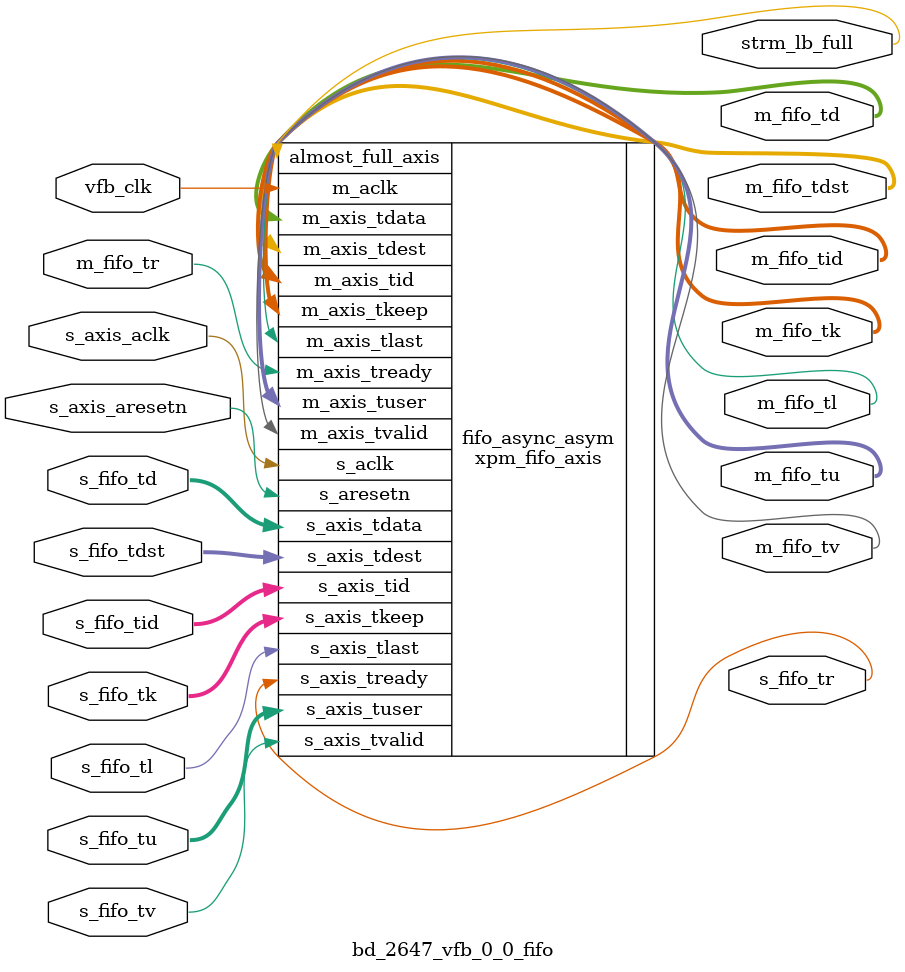
<source format=v>
`timescale 1ps/1ps
module bd_2647_vfb_0_0_fifo (
  input            s_axis_aclk    ,

  input         s_axis_aresetn ,
  input            vfb_clk        ,
  output    s_fifo_tr      ,
  input     s_fifo_tv      ,
  input      [32-1:0]  s_fifo_td      ,
  input [31:0]     s_fifo_tid    ,   
  input      [12-1:0]  s_fifo_tu      ,
  input      [31:0] s_fifo_tdst      ,
  input      [4-1:0] s_fifo_tk      ,
  input      s_fifo_tl      ,
  input     m_fifo_tr      ,
  output     m_fifo_tv      ,
  output   [32-1:0]   m_fifo_td      ,
  output [31:0]     m_fifo_tid    ,   
  output[ 31:0]     m_fifo_tdst    ,   
  output   [12-1:0]  m_fifo_tu      ,
  output    [4-1:0] m_fifo_tk      ,
  output      m_fifo_tl      ,
  output  strm_lb_full   
);

xpm_fifo_axis#(
      .CLOCKING_MODE("independent_clock"), // String
      .ECC_MODE("no_ecc"),            // String
      .FIFO_DEPTH(2048),              // DECIMAL
      .FIFO_MEMORY_TYPE("block"),      // String
      .PACKET_FIFO("false"),          // String
      .PROG_EMPTY_THRESH(10),         // DECIMAL
      .PROG_FULL_THRESH(2043),          // DECIMAL
      .RD_DATA_COUNT_WIDTH(1),        // DECIMAL
      .RELATED_CLOCKS(0),             // DECIMAL
      .SIM_ASSERT_CHK(0),             // DECIMAL; 0=disable simulation messages, 1=enable simulation messages
      .TDATA_WIDTH(32),               // DECIMAL
      .TDEST_WIDTH(32),                // DECIMAL
      .TID_WIDTH(32),                  // DECIMAL
      .TUSER_WIDTH(12),                // DECIMAL
      .USE_ADV_FEATURES("1000"),      // String
      .WR_DATA_COUNT_WIDTH(1)         // DECIMAL
 ) fifo_async_asym(
  .s_aclk            (s_axis_aclk    ),
  .s_aresetn         (s_axis_aresetn ),
  .m_aclk            (vfb_clk        ),
  .s_axis_tready     (s_fifo_tr      ),
  .s_axis_tvalid     (s_fifo_tv      ),
  .s_axis_tdata      (s_fifo_td      ),
  .s_axis_tid      ( s_fifo_tid      ),
  .s_axis_tuser      (s_fifo_tu      ),
  .s_axis_tdest      (s_fifo_tdst      ),
  .s_axis_tkeep      (s_fifo_tk      ),
  .s_axis_tlast      (s_fifo_tl      ),
  .m_axis_tready     (m_fifo_tr      ),
  .m_axis_tvalid     (m_fifo_tv      ),
  .m_axis_tdata      (m_fifo_td      ),
  .m_axis_tid        (m_fifo_tid      ),
  .m_axis_tdest      (m_fifo_tdst     ),
  .m_axis_tuser      (m_fifo_tu      ),
  .m_axis_tkeep      (m_fifo_tk      ),
  .m_axis_tlast      (m_fifo_tl      ),
  .almost_full_axis  (strm_lb_full   )
);
endmodule

</source>
